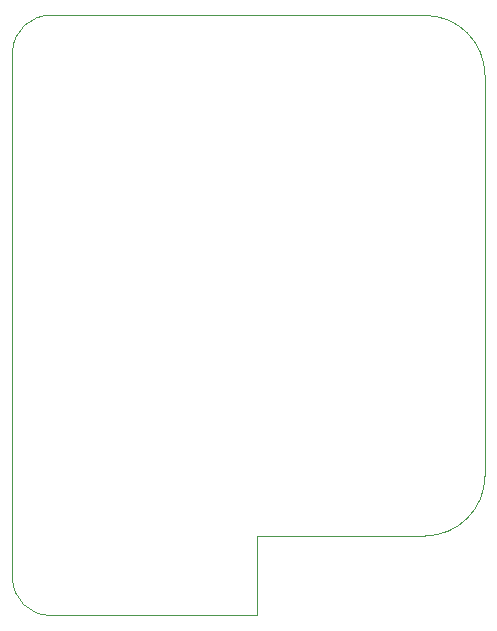
<source format=gbr>
G04 (created by PCBNEW (2013-05-31 BZR 4019)-stable) date 6/2/2014 4:07:52 PM*
%MOIN*%
G04 Gerber Fmt 3.4, Leading zero omitted, Abs format*
%FSLAX34Y34*%
G01*
G70*
G90*
G04 APERTURE LIST*
%ADD10C,0.00590551*%
%ADD11C,0.00393701*%
G04 APERTURE END LIST*
G54D10*
G54D11*
X77500Y-33550D02*
X77500Y-51100D01*
X93250Y-34350D02*
X93250Y-47700D01*
X78800Y-32350D02*
X91250Y-32350D01*
X85650Y-49700D02*
X91250Y-49700D01*
X78750Y-52350D02*
X85650Y-52350D01*
X93250Y-47700D02*
G75*
G02X91250Y-49700I-2000J0D01*
G74*
G01*
X78800Y-32350D02*
G75*
G03X77500Y-33549I-50J-1249D01*
G74*
G01*
X77500Y-51100D02*
G75*
G03X78750Y-52350I1250J0D01*
G74*
G01*
X93250Y-34350D02*
G75*
G03X91250Y-32350I-2000J0D01*
G74*
G01*
X85650Y-49700D02*
X85650Y-52350D01*
M02*

</source>
